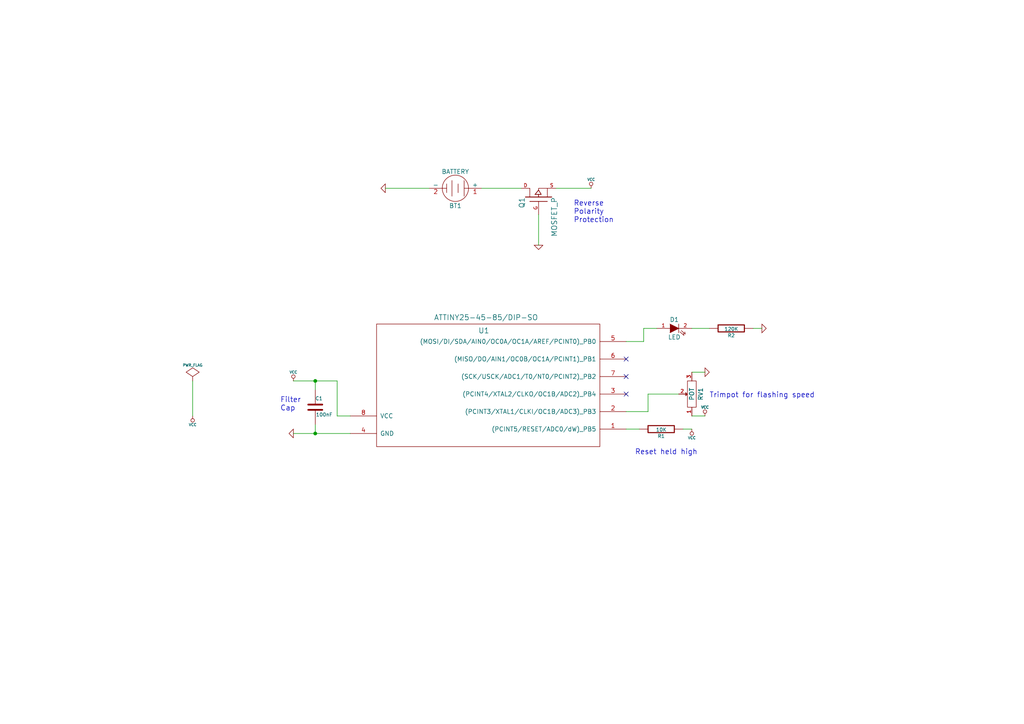
<source format=kicad_sch>
(kicad_sch (version 20230121) (generator eeschema)
  (paper "A4")
  (title_block (title "Morse Flasher") (date "2/7/2016") (rev "0.1") (company "Quentin McDonald"))
  (lib_symbols
    (symbol "Morse-Flasher-rescue:ATTINY25-45-85/DIP-SO" (pin_names (offset 1.016))
      (property "Reference" " U" (at -0.635 15.875 0))
      (property "Value" "ATTINY25-45-85/DIP-SO" (at 0 19.685 0))
      (symbol "ATTINY25-45-85/DIP-SO_0_1"
        (rectangle (start 33.02 17.78) (end -31.75 -17.78))
      )
      (symbol "ATTINY25-45-85/DIP-SO_1_1"
        (pin input line (at 40.64 -12.7 180) (length 7.62) (name "(PCINT5/RESET/ADC0/dW)_PB5") (number "1"))
        (pin bidirectional line (at 40.64 -7.62 180) (length 7.62) (name "(PCINT3/XTAL1/CLKI/OC1B/ADC3)_PB3") (number "2"))
        (pin bidirectional line (at 40.64 -2.54 180) (length 7.62) (name "(PCINT4/XTAL2/CLKO/OC1B/ADC2)_PB4") (number "3"))
        (pin power_out line (at -39.37 -13.97 0) (length 7.62) (name "GND") (number "4"))
        (pin bidirectional line (at 40.64 12.7 180) (length 7.62) (name "(MOSI/DI/SDA/AIN0/OC0A/OC1A/AREF/PCINT0)_PB0") (number "5"))
        (pin bidirectional line (at 40.64 7.62 180) (length 7.62) (name "(MISO/DO/AIN1/OC0B/OC1A/PCINT1)_PB1") (number "6"))
        (pin bidirectional line (at 40.64 2.54 180) (length 7.62) (name "(SCK/USCK/ADC1/T0/NT0/PCINT2)_PB2") (number "7"))
        (pin power_in line (at -39.37 -8.89 0) (length 7.62) (name "VCC") (number "8"))
      )
    )
    (symbol "Morse-Flasher-rescue:BATTERY" (pin_names (offset 0))
      (property "Reference" "BT" (at 0 5.08 0))
      (property "Value" "BATTERY" (at 0 -4.826 0))
      (symbol "BATTERY_0_1"
        (polyline (pts (xy -2.54 0) (xy -3.81 0)))
        (polyline (pts (xy -2.54 2.286) (xy -2.54 -2.2606)) (stroke (width 0.1524)))
        (polyline (pts (xy -0.7874 1.27) (xy -0.7874 -1.27)) (stroke (width 0.1524)))
        (polyline (pts (xy 0.9906 2.286) (xy 0.9906 -2.2606)) (stroke (width 0.1524)))
        (polyline (pts (xy 2.54 0) (xy 3.81 0)))
        (polyline (pts (xy 2.54 1.27) (xy 2.54 -1.27)) (stroke (width 0.1524)))
        (circle (center 0 0) (radius 3.81) (stroke (width 0.1524)))
      )
      (symbol "BATTERY_1_1"
        (pin passive line (at -7.62 0 0) (length 3.81) (name "+") (number "1"))
        (pin passive line (at 7.62 0 180) (length 3.81) (name "-") (number "2"))
      )
    )
    (symbol "Morse-Flasher-rescue:C" (pin_numbers hide) (pin_names (offset 0.254))
      (property "Reference" "C" (at 0 2.54 0))
      (property "Value" "C" (at 0.1524 -2.159 0))
      (symbol "C_0_1"
        (polyline (pts (xy -2.032 -0.762) (xy 2.032 -0.762)) (stroke (width 0.508)))
        (polyline (pts (xy -2.032 0.762) (xy 2.032 0.762)) (stroke (width 0.508)))
      )
      (symbol "C_1_1"
        (pin passive line (at 0 5.08 270) (length 4.318) (name "~") (number "1"))
        (pin passive line (at 0 -5.08 90) (length 4.318) (name "~") (number "2"))
      )
    )
    (symbol "Morse-Flasher-rescue:GND" (power) (pin_names (offset 0))
      (symbol "GND_0_1"
        (polyline (pts (xy -1.27 0) (xy 0 -1.27) (xy 1.27 0) (xy -1.27 0)))
      )
      (symbol "GND_1_1"
        (pin power_in line (at 0 0 90) (length 0) hide (name "GND") (number "1"))
      )
    )
    (symbol "Morse-Flasher-rescue:LED" (pin_names (offset 1.016) hide)
      (property "Reference" "D" (at 0 2.54 0))
      (property "Value" "LED" (at 0 -2.54 0))
      (symbol "LED_0_1"
        (polyline (pts (xy 1.27 1.27) (xy 1.27 -1.27)))
        (polyline (pts (xy -1.27 1.27) (xy 1.27 0) (xy -1.27 -1.27)) (fill (type outline)))
        (polyline (pts (xy 1.651 -1.016) (xy 2.794 -2.032) (xy 2.667 -1.397)))
        (polyline (pts (xy 2.032 -0.635) (xy 3.175 -1.651) (xy 3.048 -1.016)))
      )
      (symbol "LED_1_1"
        (pin passive line (at -5.08 0 0) (length 3.81) (name "A") (number "1"))
        (pin passive line (at 5.08 0 180) (length 3.81) (name "K") (number "2"))
      )
    )
    (symbol "Morse-Flasher-rescue:MOSFET_P" (pin_names (offset 1.016) hide)
      (property "Reference" "Q" (at 0 4.826 0))
      (property "Value" "MOSFET_P" (at 0 -4.572 0))
      (symbol "MOSFET_P_0_1"
        (polyline (pts (xy -1.27 -2.54) (xy -1.27 2.54)) (stroke (width 0.2032)))
        (polyline (pts (xy 0 -3.81) (xy 0 3.81)) (stroke (width 0.254)))
        (polyline (pts (xy 0.762 0) (xy 0 0)) (stroke (width 0.2032)))
        (polyline (pts (xy 2.54 -2.54) (xy 0 -2.54)))
        (polyline (pts (xy 2.54 2.54) (xy 0 2.54)))
        (polyline (pts (xy 2.032 0) (xy 2.54 0) (xy 2.54 -2.54)))
        (polyline (pts (xy 0.762 1.016) (xy 0.762 -0.762) (xy 2.032 0) (xy 0.762 1.016) (xy 0.762 1.016)) (stroke (width 0.2032)))
      )
      (symbol "MOSFET_P_1_1"
        (pin passive line (at 2.54 5.08 270) (length 2.54) (name "D") (number "D"))
        (pin input line (at -5.08 0 0) (length 3.81) (name "G") (number "G"))
        (pin passive line (at 2.54 -5.08 90) (length 2.54) (name "S") (number "S"))
      )
    )
    (symbol "Morse-Flasher-rescue:POT" (pin_names (offset 1.016) hide)
      (property "Reference" "RV" (at 0 -2.54 0))
      (property "Value" "POT" (at 0 0 0))
      (symbol "POT_0_1"
        (rectangle (start -3.81 1.27) (end 3.81 -1.27))
        (polyline (pts (xy 0 1.27) (xy -0.508 1.778) (xy 0.508 1.778)) (fill (type outline)))
      )
      (symbol "POT_1_1"
        (pin passive line (at -6.35 0 0) (length 2.54) (name "1") (number "1"))
        (pin passive line (at 0 3.81 270) (length 2.032) (name "2") (number "2"))
        (pin passive line (at 6.35 0 180) (length 2.54) (name "3") (number "3"))
      )
    )
    (symbol "Morse-Flasher-rescue:PWR_FLAG" (power) (pin_numbers hide) (pin_names (offset 0) hide)
      (property "Value" "PWR_FLAG" (at 0 4.572 0))
      (symbol "PWR_FLAG_0_0"
        (pin power_out line (at 0 0 90) (length 0) (name "pwr") (number "1"))
      )
      (symbol "PWR_FLAG_0_1"
        (polyline (pts (xy 0 0) (xy 0 1.27) (xy -1.905 2.54) (xy 0 3.81) (xy 1.905 2.54) (xy 0 1.27)))
      )
    )
    (symbol "Morse-Flasher-rescue:R" (pin_numbers hide) (pin_names (offset 0))
      (property "Reference" "R" (at 2.032 0 90))
      (property "Value" "R" (at 0.1778 0.0254 90))
      (symbol "R_0_1"
        (rectangle (start -1.016 3.81) (end 1.016 -3.81) (stroke (width 0.3048)))
      )
      (symbol "R_1_1"
        (pin passive line (at 0 6.35 270) (length 2.54) (name "~") (number "1"))
        (pin passive line (at 0 -6.35 90) (length 2.54) (name "~") (number "2"))
      )
    )
    (symbol "Morse-Flasher-rescue:VCC" (power) (pin_names (offset 0))
      (property "Value" "VCC" (at 0 2.54 0))
      (symbol "VCC_0_0"
        (pin power_in line (at 0 0 90) (length 0) hide (name "VCC") (number "1"))
      )
      (symbol "VCC_0_1"
        (polyline (pts (xy 0 0) (xy 0 0.762) (xy 0 0.762)))
        (circle (center 0 1.27) (radius 0.508))
      )
    )
  )
  (junction (at 91.44 110.49))
  (junction (at 91.44 125.73))
  (no_connect (at 181.61 104.14))
  (no_connect (at 181.61 109.22))
  (no_connect (at 181.61 114.3))
  (wire (pts (xy 198.12 124.46) (xy 200.66 124.46)))
  (wire (pts (xy 85.09 125.73) (xy 91.44 125.73)))
  (wire (pts (xy 187.96 119.38) (xy 187.96 114.3)))
  (wire (pts (xy 181.61 124.46) (xy 185.42 124.46)))
  (wire (pts (xy 200.66 120.65) (xy 204.47 120.65)))
  (wire (pts (xy 124.46 54.61) (xy 111.76 54.61)))
  (wire (pts (xy 200.66 107.95) (xy 204.47 107.95)))
  (wire (pts (xy 97.79 110.49) (xy 91.44 110.49)))
  (wire (pts (xy 55.88 110.49) (xy 55.88 120.65)))
  (wire (pts (xy 200.66 95.25) (xy 205.74 95.25)))
  (wire (pts (xy 101.6 120.65) (xy 97.79 120.65)))
  (wire (pts (xy 91.44 110.49) (xy 85.09 110.49)))
  (wire (pts (xy 91.44 113.03) (xy 91.44 110.49)))
  (wire (pts (xy 139.7 54.61) (xy 151.13 54.61)))
  (wire (pts (xy 91.44 123.19) (xy 91.44 125.73)))
  (wire (pts (xy 91.44 125.73) (xy 101.6 125.73)))
  (wire (pts (xy 186.69 95.25) (xy 190.5 95.25)))
  (wire (pts (xy 181.61 119.38) (xy 187.96 119.38)))
  (wire (pts (xy 161.29 54.61) (xy 171.45 54.61)))
  (wire (pts (xy 186.69 99.06) (xy 186.69 95.25)))
  (wire (pts (xy 187.96 114.3) (xy 196.85 114.3)))
  (wire (pts (xy 97.79 120.65) (xy 97.79 110.49)))
  (wire (pts (xy 181.61 99.06) (xy 186.69 99.06)))
  (wire (pts (xy 218.44 95.25) (xy 220.98 95.25)))
  (wire (pts (xy 156.21 62.23) (xy 156.21 71.12)))
  (text "Filter\nCap" (at 81.28 119.38 0) (effects (font (size 1.4986 1.4986)) (justify left bottom)))
  (text "Reverse \nPolarity \nProtection" (at 166.37 64.77 0) (effects (font (size 1.4986 1.4986)) (justify left bottom)))
  (text "Trimpot for flashing speed" (at 205.74 115.57 0) (effects (font (size 1.4986 1.4986)) (justify left bottom)))
  (text "Reset held high" (at 184.15 132.08 0) (effects (font (size 1.4986 1.4986)) (justify left bottom)))
  (symbol (lib_id "Morse-Flasher-rescue:ATTINY25-45-85/DIP-SO") (at 140.97 111.76 0) (unit 1)
    (property "Reference" "U1" (at 140.335 95.885 0) (effects (font (size 1.524 1.524))))
    (property "Value" "ATTINY25-45-85/DIP-SO" (at 140.97 92.075 0) (effects (font (size 1.524 1.524))))
  )
  (symbol (lib_id "Morse-Flasher-rescue:BATTERY") (at 132.08 54.61 180) (unit 1)
    (property "Reference" "BT1" (at 132.08 59.69 0))
    (property "Value" "BATTERY" (at 132.08 49.784 0))
  )
  (symbol (lib_id "Morse-Flasher-rescue:GND") (at 111.76 54.61 270) (unit 1)
    (property "Reference" "#PWR01" (effects hide))
    (property "Value" "GND" (effects hide))
  )
  (symbol (lib_id "Morse-Flasher-rescue:C") (at 91.44 118.11 0) (unit 1)
    (property "Reference" "C1" (at 91.44 115.57 0) (effects (font (size 1.016 1.016)) (justify left)))
    (property "Value" "100nF" (at 91.5924 120.269 0) (effects (font (size 1.016 1.016)) (justify left)))
  )
  (symbol (lib_id "Morse-Flasher-rescue:VCC") (at 85.09 110.49 0) (unit 1)
    (property "Reference" "#PWR02" (effects hide))
    (property "Value" "VCC" (at 85.09 107.95 0) (effects (font (size 0.762 0.762))))
  )
  (symbol (lib_id "Morse-Flasher-rescue:GND") (at 85.09 125.73 270) (unit 1)
    (property "Reference" "#PWR03" (effects hide))
    (property "Value" "GND" (effects hide))
  )
  (symbol (lib_id "Morse-Flasher-rescue:VCC") (at 55.88 120.65 180) (unit 1)
    (property "Reference" "#PWR04" (effects hide))
    (property "Value" "VCC" (at 55.88 123.19 0) (effects (font (size 0.762 0.762))))
  )
  (symbol (lib_id "Morse-Flasher-rescue:PWR_FLAG") (at 55.88 110.49 0) (unit 1)
    (property "Reference" "#FLG05" (effects hide))
    (property "Value" "PWR_FLAG" (at 55.88 105.918 0) (effects (font (size 0.762 0.762))))
  )
  (symbol (lib_id "Morse-Flasher-rescue:R") (at 191.77 124.46 270) (unit 1)
    (property "Reference" "R1" (at 191.77 126.492 90) (effects (font (size 1.016 1.016))))
    (property "Value" "10K" (at 191.7954 124.6378 90) (effects (font (size 1.016 1.016))))
  )
  (symbol (lib_id "Morse-Flasher-rescue:VCC") (at 200.66 124.46 180) (unit 1)
    (property "Reference" "#PWR06" (effects hide))
    (property "Value" "VCC" (at 200.66 127 0) (effects (font (size 0.762 0.762))))
  )
  (symbol (lib_id "Morse-Flasher-rescue:POT") (at 200.66 114.3 90) (unit 1)
    (property "Reference" "RV1" (at 203.2 114.3 0))
    (property "Value" "POT" (at 200.66 114.3 0))
  )
  (symbol (lib_id "Morse-Flasher-rescue:GND") (at 204.47 107.95 90) (unit 1)
    (property "Reference" "#PWR07" (effects hide))
    (property "Value" "GND" (effects hide))
  )
  (symbol (lib_id "Morse-Flasher-rescue:VCC") (at 204.47 120.65 0) (unit 1)
    (property "Reference" "#PWR08" (effects hide))
    (property "Value" "VCC" (at 204.47 118.11 0) (effects (font (size 0.762 0.762))))
  )
  (symbol (lib_id "Morse-Flasher-rescue:LED") (at 195.58 95.25 0) (unit 1)
    (property "Reference" "D1" (at 195.58 92.71 0))
    (property "Value" "LED" (at 195.58 97.79 0))
  )
  (symbol (lib_id "Morse-Flasher-rescue:R") (at 212.09 95.25 270) (unit 1)
    (property "Reference" "R2" (at 212.09 97.282 90) (effects (font (size 1.016 1.016))))
    (property "Value" "120K" (at 212.1154 95.4278 90) (effects (font (size 1.016 1.016))))
  )
  (symbol (lib_id "Morse-Flasher-rescue:GND") (at 220.98 95.25 90) (unit 1)
    (property "Reference" "#PWR09" (effects hide))
    (property "Value" "GND" (effects hide))
  )
  (symbol (lib_id "Morse-Flasher-rescue:MOSFET_P") (at 156.21 57.15 90) (unit 1)
    (property "Reference" "Q1" (at 151.384 57.15 0) (effects (font (size 1.524 1.524)) (justify right)))
    (property "Value" "MOSFET_P" (at 160.782 57.15 0) (effects (font (size 1.524 1.524)) (justify right)))
  )
  (symbol (lib_id "Morse-Flasher-rescue:VCC") (at 171.45 54.61 0) (unit 1)
    (property "Reference" "#PWR010" (effects hide))
    (property "Value" "VCC" (at 171.45 52.07 0) (effects (font (size 0.762 0.762))))
  )
  (symbol (lib_id "Morse-Flasher-rescue:GND") (at 156.21 71.12 0) (unit 1)
    (property "Reference" "#PWR011" (effects hide))
    (property "Value" "GND" (effects hide))
  )
)
</source>
